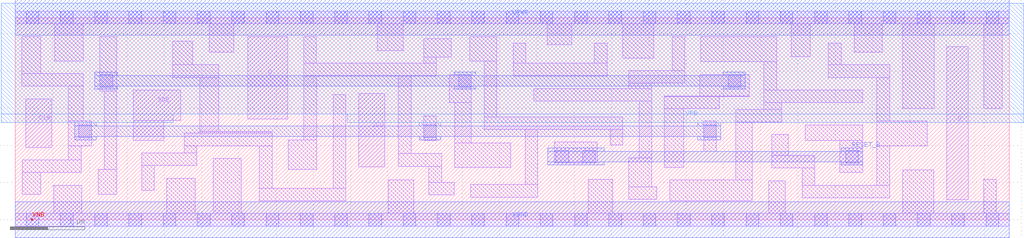
<source format=lef>
# Copyright 2020 The SkyWater PDK Authors
#
# Licensed under the Apache License, Version 2.0 (the "License");
# you may not use this file except in compliance with the License.
# You may obtain a copy of the License at
#
#     https://www.apache.org/licenses/LICENSE-2.0
#
# Unless required by applicable law or agreed to in writing, software
# distributed under the License is distributed on an "AS IS" BASIS,
# WITHOUT WARRANTIES OR CONDITIONS OF ANY KIND, either express or implied.
# See the License for the specific language governing permissions and
# limitations under the License.
#
# SPDX-License-Identifier: Apache-2.0

VERSION 5.7 ;
  NOWIREEXTENSIONATPIN ON ;
  DIVIDERCHAR "/" ;
  BUSBITCHARS "[]" ;
PROPERTYDEFINITIONS
  MACRO maskLayoutSubType STRING ;
  MACRO prCellType STRING ;
  MACRO originalViewName STRING ;
END PROPERTYDEFINITIONS
MACRO sky130_fd_sc_hdll__sdfrtp_2
  CLASS CORE ;
  FOREIGN sky130_fd_sc_hdll__sdfrtp_2 ;
  ORIGIN  0.000000  0.000000 ;
  SIZE  13.34000 BY  2.720000 ;
  SYMMETRY X Y R90 ;
  SITE unithd ;
  PIN CLK
    ANTENNAGATEAREA  0.277500 ;
    DIRECTION INPUT ;
    USE SIGNAL ;
    PORT
      LAYER li1 ;
        RECT 0.140000 0.975000 0.490000 1.625000 ;
    END
  END CLK
  PIN D
    ANTENNAGATEAREA  0.160200 ;
    DIRECTION INPUT ;
    USE SIGNAL ;
    PORT
      LAYER li1 ;
        RECT 3.120000 1.355000 3.655000 2.465000 ;
    END
  END D
  PIN Q
    ANTENNADIFFAREA  0.498000 ;
    DIRECTION OUTPUT ;
    USE SIGNAL ;
    PORT
      LAYER li1 ;
        RECT 12.500000 0.265000 12.785000 2.325000 ;
    END
  END Q
  PIN RESET_B
    ANTENNAGATEAREA  0.277200 ;
    DIRECTION INPUT ;
    USE SIGNAL ;
    PORT
      LAYER met1 ;
        RECT  7.145000 0.735000  7.900000 0.780000 ;
        RECT  7.145000 0.780000 11.370000 0.920000 ;
        RECT  7.145000 0.920000  7.900000 0.965000 ;
        RECT 11.080000 0.735000 11.370000 0.780000 ;
        RECT 11.080000 0.920000 11.370000 0.965000 ;
    END
  END RESET_B
  PIN SCD
    ANTENNAGATEAREA  0.172800 ;
    DIRECTION INPUT ;
    USE SIGNAL ;
    PORT
      LAYER li1 ;
        RECT 4.610000 0.710000 4.955000 1.700000 ;
    END
  END SCD
  PIN SCE
    ANTENNAGATEAREA  0.467400 ;
    DIRECTION INPUT ;
    USE SIGNAL ;
    PORT
      LAYER li1 ;
        RECT 1.585000 1.070000 1.990000 1.335000 ;
        RECT 1.585000 1.335000 2.220000 1.745000 ;
    END
  END SCE
  PIN VGND
    ANTENNADIFFAREA  1.619800 ;
    DIRECTION INOUT ;
    USE SIGNAL ;
    PORT
      LAYER met1 ;
        RECT 0.000000 -0.240000 13.340000 0.240000 ;
    END
  END VGND
  PIN VPWR
    ANTENNADIFFAREA  2.059800 ;
    DIRECTION INOUT ;
    USE SIGNAL ;
    PORT
      LAYER met1 ;
        RECT 0.000000 2.480000 13.340000 2.960000 ;
    END
  END VPWR
  PIN VNB
    DIRECTION INOUT ;
    USE GROUND ;
    PORT
      LAYER pwell ;
        RECT 0.215000 -0.010000 0.235000 0.015000 ;
    END
  END VNB
  PIN VPB
    DIRECTION INOUT ;
    USE POWER ;
    PORT
      LAYER nwell ;
        RECT -0.190000 1.305000  2.120000 1.425000 ;
        RECT -0.190000 1.425000 13.530000 2.910000 ;
        RECT  4.455000 1.305000 13.530000 1.425000 ;
    END
  END VPB
  OBS
    LAYER li1 ;
      RECT  0.000000 -0.085000 13.340000 0.085000 ;
      RECT  0.000000  2.635000 13.340000 2.805000 ;
      RECT  0.090000  1.795000  0.915000 1.965000 ;
      RECT  0.090000  1.965000  0.345000 2.465000 ;
      RECT  0.095000  0.345000  0.345000 0.635000 ;
      RECT  0.095000  0.635000  0.885000 0.805000 ;
      RECT  0.515000  0.085000  0.895000 0.465000 ;
      RECT  0.530000  2.135000  0.910000 2.635000 ;
      RECT  0.710000  0.805000  0.885000 0.995000 ;
      RECT  0.710000  0.995000  1.025000 1.325000 ;
      RECT  0.710000  1.325000  0.915000 1.795000 ;
      RECT  1.115000  0.345000  1.365000 0.675000 ;
      RECT  1.135000  1.730000  1.365000 2.465000 ;
      RECT  1.195000  0.675000  1.365000 1.730000 ;
      RECT  1.695000  0.395000  1.865000 0.730000 ;
      RECT  1.695000  0.730000  2.435000 0.900000 ;
      RECT  2.035000  0.085000  2.415000 0.560000 ;
      RECT  2.110000  1.915000  2.730000 2.085000 ;
      RECT  2.110000  2.085000  2.380000 2.400000 ;
      RECT  2.265000  0.900000  2.435000 0.995000 ;
      RECT  2.265000  0.995000  3.445000 1.165000 ;
      RECT  2.475000  1.165000  3.445000 1.185000 ;
      RECT  2.475000  1.185000  2.730000 1.915000 ;
      RECT  2.600000  2.255000  2.930000 2.635000 ;
      RECT  2.655000  0.085000  3.035000 0.825000 ;
      RECT  3.275000  0.255000  4.435000 0.425000 ;
      RECT  3.275000  0.425000  3.445000 0.995000 ;
      RECT  3.665000  0.675000  4.045000 1.075000 ;
      RECT  3.870000  1.075000  4.045000 1.935000 ;
      RECT  3.870000  1.935000  5.650000 2.105000 ;
      RECT  3.870000  2.105000  4.040000 2.465000 ;
      RECT  4.265000  0.425000  4.435000 1.685000 ;
      RECT  4.855000  2.275000  5.205000 2.635000 ;
      RECT  5.005000  0.085000  5.350000 0.540000 ;
      RECT  5.140000  0.715000  5.720000 0.895000 ;
      RECT  5.140000  0.895000  5.310000 1.935000 ;
      RECT  5.480000  1.065000  5.650000 1.395000 ;
      RECT  5.480000  2.105000  5.650000 2.185000 ;
      RECT  5.480000  2.185000  5.850000 2.435000 ;
      RECT  5.550000  0.335000  5.890000 0.505000 ;
      RECT  5.550000  0.505000  5.720000 0.715000 ;
      RECT  5.820000  1.575000  6.120000 1.955000 ;
      RECT  5.900000  0.705000  6.650000 1.035000 ;
      RECT  5.900000  1.035000  6.120000 1.575000 ;
      RECT  6.095000  2.135000  6.460000 2.465000 ;
      RECT  6.110000  0.305000  7.010000 0.475000 ;
      RECT  6.290000  1.215000  8.150000 1.385000 ;
      RECT  6.290000  1.385000  6.460000 2.135000 ;
      RECT  6.680000  1.935000  7.940000 2.105000 ;
      RECT  6.680000  2.105000  6.850000 2.375000 ;
      RECT  6.840000  0.475000  7.010000 1.215000 ;
      RECT  6.960000  1.595000  8.540000 1.765000 ;
      RECT  7.135000  2.355000  7.465000 2.635000 ;
      RECT  7.230000  0.765000  7.810000 1.045000 ;
      RECT  7.690000  0.085000  8.020000 0.545000 ;
      RECT  7.770000  2.105000  7.940000 2.375000 ;
      RECT  7.980000  1.005000  8.150000 1.215000 ;
      RECT  8.150000  2.175000  8.570000 2.635000 ;
      RECT  8.230000  0.275000  8.610000 0.445000 ;
      RECT  8.230000  0.445000  8.540000 0.835000 ;
      RECT  8.230000  1.765000  8.540000 1.835000 ;
      RECT  8.230000  1.835000  8.985000 2.005000 ;
      RECT  8.370000  0.835000  8.540000 1.595000 ;
      RECT  8.710000  0.705000  8.970000 1.495000 ;
      RECT  8.710000  1.495000  9.445000 1.660000 ;
      RECT  8.710000  1.660000  9.845000 1.665000 ;
      RECT  8.780000  0.255000  9.890000 0.535000 ;
      RECT  8.815000  2.005000  8.985000 2.465000 ;
      RECT  9.185000  1.665000  9.845000 1.955000 ;
      RECT  9.195000  2.125000 10.215000 2.465000 ;
      RECT  9.235000  0.920000  9.405000 1.325000 ;
      RECT  9.670000  0.535000  9.890000 1.315000 ;
      RECT  9.670000  1.315000 10.285000 1.485000 ;
      RECT 10.040000  1.485000 10.285000 1.575000 ;
      RECT 10.040000  1.575000 11.370000 1.745000 ;
      RECT 10.040000  1.745000 10.215000 2.125000 ;
      RECT 10.110000  0.085000 10.330000 0.525000 ;
      RECT 10.150000  0.695000 10.730000 0.865000 ;
      RECT 10.150000  0.865000 10.370000 1.145000 ;
      RECT 10.415000  2.195000 10.665000 2.635000 ;
      RECT 10.560000  0.295000 11.735000 0.465000 ;
      RECT 10.560000  0.465000 10.730000 0.695000 ;
      RECT 10.600000  1.065000 11.370000 1.275000 ;
      RECT 10.910000  1.915000 11.730000 2.085000 ;
      RECT 10.910000  2.085000 11.080000 2.375000 ;
      RECT 11.065000  0.635000 11.370000 1.065000 ;
      RECT 11.255000  2.255000 11.635000 2.635000 ;
      RECT 11.560000  0.465000 11.735000 0.995000 ;
      RECT 11.560000  0.995000 12.235000 1.325000 ;
      RECT 11.560000  1.325000 11.730000 1.915000 ;
      RECT 11.905000  0.085000 12.325000 0.670000 ;
      RECT 11.905000  1.495000 12.330000 2.635000 ;
      RECT 12.995000  0.085000 13.165000 0.545000 ;
      RECT 12.995000  1.495000 13.245000 2.635000 ;
    LAYER mcon ;
      RECT  0.145000 -0.085000  0.315000 0.085000 ;
      RECT  0.145000  2.635000  0.315000 2.805000 ;
      RECT  0.605000 -0.085000  0.775000 0.085000 ;
      RECT  0.605000  2.635000  0.775000 2.805000 ;
      RECT  0.855000  1.105000  1.025000 1.275000 ;
      RECT  1.065000 -0.085000  1.235000 0.085000 ;
      RECT  1.065000  2.635000  1.235000 2.805000 ;
      RECT  1.135000  1.785000  1.305000 1.955000 ;
      RECT  1.525000 -0.085000  1.695000 0.085000 ;
      RECT  1.525000  2.635000  1.695000 2.805000 ;
      RECT  1.985000 -0.085000  2.155000 0.085000 ;
      RECT  1.985000  2.635000  2.155000 2.805000 ;
      RECT  2.445000 -0.085000  2.615000 0.085000 ;
      RECT  2.445000  2.635000  2.615000 2.805000 ;
      RECT  2.905000 -0.085000  3.075000 0.085000 ;
      RECT  2.905000  2.635000  3.075000 2.805000 ;
      RECT  3.365000 -0.085000  3.535000 0.085000 ;
      RECT  3.365000  2.635000  3.535000 2.805000 ;
      RECT  3.825000 -0.085000  3.995000 0.085000 ;
      RECT  3.825000  2.635000  3.995000 2.805000 ;
      RECT  4.285000 -0.085000  4.455000 0.085000 ;
      RECT  4.285000  2.635000  4.455000 2.805000 ;
      RECT  4.745000 -0.085000  4.915000 0.085000 ;
      RECT  4.745000  2.635000  4.915000 2.805000 ;
      RECT  5.205000 -0.085000  5.375000 0.085000 ;
      RECT  5.205000  2.635000  5.375000 2.805000 ;
      RECT  5.480000  1.105000  5.650000 1.275000 ;
      RECT  5.665000 -0.085000  5.835000 0.085000 ;
      RECT  5.665000  2.635000  5.835000 2.805000 ;
      RECT  5.950000  1.785000  6.120000 1.955000 ;
      RECT  6.125000 -0.085000  6.295000 0.085000 ;
      RECT  6.125000  2.635000  6.295000 2.805000 ;
      RECT  6.585000 -0.085000  6.755000 0.085000 ;
      RECT  6.585000  2.635000  6.755000 2.805000 ;
      RECT  7.045000 -0.085000  7.215000 0.085000 ;
      RECT  7.045000  2.635000  7.215000 2.805000 ;
      RECT  7.255000  0.765000  7.425000 0.935000 ;
      RECT  7.505000 -0.085000  7.675000 0.085000 ;
      RECT  7.505000  2.635000  7.675000 2.805000 ;
      RECT  7.615000  0.765000  7.785000 0.935000 ;
      RECT  7.965000 -0.085000  8.135000 0.085000 ;
      RECT  7.965000  2.635000  8.135000 2.805000 ;
      RECT  8.425000 -0.085000  8.595000 0.085000 ;
      RECT  8.425000  2.635000  8.595000 2.805000 ;
      RECT  8.885000 -0.085000  9.055000 0.085000 ;
      RECT  8.885000  2.635000  9.055000 2.805000 ;
      RECT  9.235000  1.105000  9.405000 1.275000 ;
      RECT  9.345000 -0.085000  9.515000 0.085000 ;
      RECT  9.345000  2.635000  9.515000 2.805000 ;
      RECT  9.565000  1.785000  9.735000 1.955000 ;
      RECT  9.805000 -0.085000  9.975000 0.085000 ;
      RECT  9.805000  2.635000  9.975000 2.805000 ;
      RECT 10.265000 -0.085000 10.435000 0.085000 ;
      RECT 10.265000  2.635000 10.435000 2.805000 ;
      RECT 10.725000 -0.085000 10.895000 0.085000 ;
      RECT 10.725000  2.635000 10.895000 2.805000 ;
      RECT 11.140000  0.765000 11.310000 0.935000 ;
      RECT 11.185000 -0.085000 11.355000 0.085000 ;
      RECT 11.185000  2.635000 11.355000 2.805000 ;
      RECT 11.645000 -0.085000 11.815000 0.085000 ;
      RECT 11.645000  2.635000 11.815000 2.805000 ;
      RECT 12.105000 -0.085000 12.275000 0.085000 ;
      RECT 12.105000  2.635000 12.275000 2.805000 ;
      RECT 12.565000 -0.085000 12.735000 0.085000 ;
      RECT 12.565000  2.635000 12.735000 2.805000 ;
      RECT 13.025000 -0.085000 13.195000 0.085000 ;
      RECT 13.025000  2.635000 13.195000 2.805000 ;
    LAYER met1 ;
      RECT 0.795000 1.075000 1.085000 1.120000 ;
      RECT 0.795000 1.120000 9.465000 1.260000 ;
      RECT 0.795000 1.260000 1.085000 1.305000 ;
      RECT 1.070000 1.755000 1.370000 1.800000 ;
      RECT 1.070000 1.800000 9.795000 1.940000 ;
      RECT 1.070000 1.940000 1.370000 1.985000 ;
      RECT 5.420000 1.075000 5.710000 1.120000 ;
      RECT 5.420000 1.260000 5.710000 1.305000 ;
      RECT 5.890000 1.755000 6.180000 1.800000 ;
      RECT 5.890000 1.940000 6.180000 1.985000 ;
      RECT 9.155000 1.075000 9.465000 1.120000 ;
      RECT 9.155000 1.260000 9.465000 1.305000 ;
      RECT 9.500000 1.755000 9.795000 1.800000 ;
      RECT 9.500000 1.940000 9.795000 1.985000 ;
  END
  PROPERTY maskLayoutSubType "abstract" ;
  PROPERTY prCellType "standard" ;
  PROPERTY originalViewName "layout" ;
END sky130_fd_sc_hdll__sdfrtp_2
END LIBRARY

</source>
